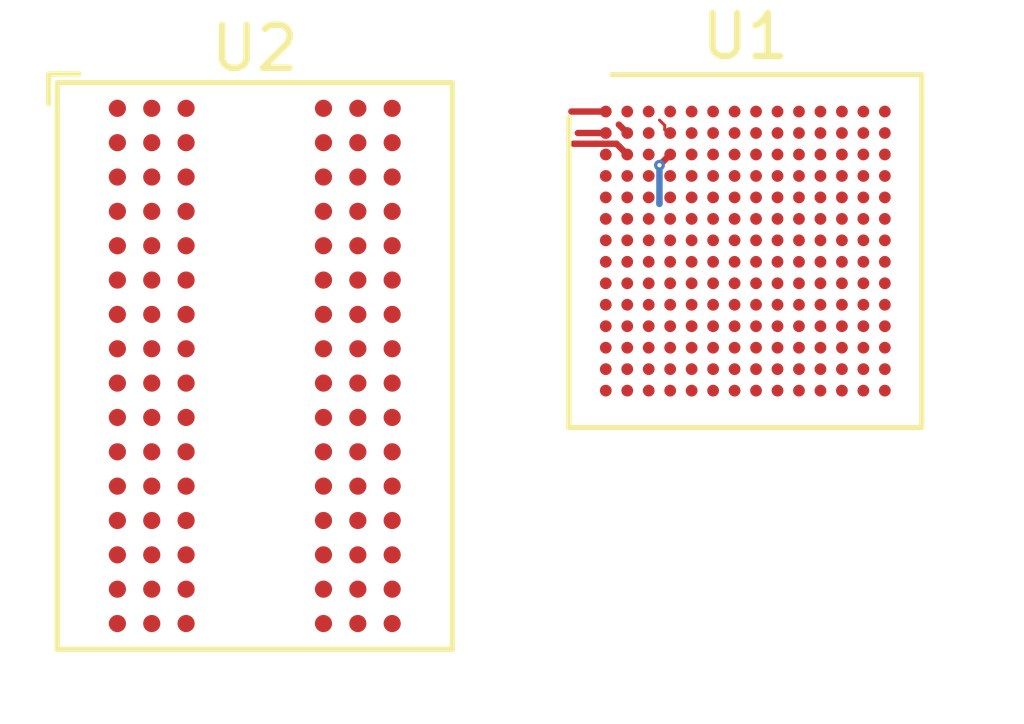
<source format=kicad_pcb>
(kicad_pcb (version 20171130) (host pcbnew 5.1.7-a382d34a8~87~ubuntu18.04.1)

  (general
    (thickness 1.6)
    (drawings 0)
    (tracks 14)
    (zones 0)
    (modules 2)
    (nets 109)
  )

  (page A4)
  (layers
    (0 F.Cu signal)
    (1 In1.Cu signal)
    (2 In2.Cu signal)
    (31 B.Cu signal)
    (32 B.Adhes user)
    (33 F.Adhes user)
    (34 B.Paste user)
    (35 F.Paste user)
    (36 B.SilkS user)
    (37 F.SilkS user)
    (38 B.Mask user)
    (39 F.Mask user)
    (40 Dwgs.User user)
    (41 Cmts.User user)
    (42 Eco1.User user)
    (43 Eco2.User user)
    (44 Edge.Cuts user)
    (45 Margin user)
    (46 B.CrtYd user)
    (47 F.CrtYd user)
    (48 B.Fab user)
    (49 F.Fab user)
  )

  (setup
    (last_trace_width 0.07)
    (user_trace_width 0.07)
    (user_trace_width 0.15)
    (trace_clearance 0.2)
    (zone_clearance 0.508)
    (zone_45_only no)
    (trace_min 0.07)
    (via_size 0.8)
    (via_drill 0.4)
    (via_min_size 0.2)
    (via_min_drill 0.1)
    (user_via 0.25 0.1)
    (uvia_size 0.3)
    (uvia_drill 0.1)
    (uvias_allowed no)
    (uvia_min_size 0.2)
    (uvia_min_drill 0.1)
    (edge_width 0.05)
    (segment_width 0.2)
    (pcb_text_width 0.3)
    (pcb_text_size 1.5 1.5)
    (mod_edge_width 0.12)
    (mod_text_size 1 1)
    (mod_text_width 0.15)
    (pad_size 1.524 1.524)
    (pad_drill 0.762)
    (pad_to_mask_clearance 0)
    (aux_axis_origin 0 0)
    (visible_elements FFFFFF7F)
    (pcbplotparams
      (layerselection 0x010fc_ffffffff)
      (usegerberextensions false)
      (usegerberattributes true)
      (usegerberadvancedattributes true)
      (creategerberjobfile true)
      (excludeedgelayer true)
      (linewidth 0.100000)
      (plotframeref false)
      (viasonmask false)
      (mode 1)
      (useauxorigin false)
      (hpglpennumber 1)
      (hpglpenspeed 20)
      (hpglpendiameter 15.000000)
      (psnegative false)
      (psa4output false)
      (plotreference true)
      (plotvalue true)
      (plotinvisibletext false)
      (padsonsilk false)
      (subtractmaskfromsilk false)
      (outputformat 1)
      (mirror false)
      (drillshape 1)
      (scaleselection 1)
      (outputdirectory ""))
  )

  (net 0 "")
  (net 1 "Net-(U1-PadA1)")
  (net 2 "Net-(U1-PadC8)")
  (net 3 "Net-(U1-PadD2)")
  (net 4 "Net-(U1-PadD5)")
  (net 5 "Net-(U1-PadD7)")
  (net 6 "Net-(U1-PadD9)")
  (net 7 "Net-(U1-PadD12)")
  (net 8 "Net-(U1-PadE4)")
  (net 9 "Net-(U1-PadE6)")
  (net 10 "Net-(U1-PadE8)")
  (net 11 "Net-(U1-PadE10)")
  (net 12 "Net-(U1-PadE14)")
  (net 13 "Net-(U1-PadF1)")
  (net 14 "Net-(U1-PadF5)")
  (net 15 "Net-(U1-PadF9)")
  (net 16 "Net-(U1-PadF11)")
  (net 17 "Net-(U1-PadG3)")
  (net 18 "Net-(U1-PadG6)")
  (net 19 "Net-(U1-PadG10)")
  (net 20 "Net-(U1-PadG11)")
  (net 21 "Net-(U1-PadG13)")
  (net 22 "Net-(U1-PadH5)")
  (net 23 "Net-(U1-PadH9)")
  (net 24 "Net-(U1-PadJ2)")
  (net 25 "Net-(U1-PadJ6)")
  (net 26 "Net-(U1-PadJ10)")
  (net 27 "Net-(U1-PadJ12)")
  (net 28 "Net-(U1-PadK4)")
  (net 29 "Net-(U1-PadK5)")
  (net 30 "Net-(U1-PadK7)")
  (net 31 "Net-(U1-PadK9)")
  (net 32 "Net-(U1-PadK14)")
  (net 33 "Net-(U1-PadL1)")
  (net 34 "Net-(U1-PadL5)")
  (net 35 "Net-(U1-PadL6)")
  (net 36 "Net-(U1-PadL11)")
  (net 37 "Net-(U1-PadM3)")
  (net 38 "Net-(U1-PadM8)")
  (net 39 "Net-(U1-PadM13)")
  (net 40 "Net-(U1-PadN5)")
  (net 41 "Net-(U1-PadN10)")
  (net 42 "Net-(U1-PadP1)")
  (net 43 "Net-(U1-PadP5)")
  (net 44 "Net-(U1-PadP6)")
  (net 45 "Net-(U1-PadP7)")
  (net 46 "Net-(U1-PadP9)")
  (net 47 "Net-(U1-PadP14)")
  (net 48 "Net-(U2-PadA1)")
  (net 49 "Net-(U2-PadA2)")
  (net 50 "Net-(U2-PadA3)")
  (net 51 "Net-(U2-PadA7)")
  (net 52 "Net-(U2-PadA9)")
  (net 53 "Net-(U2-PadB1)")
  (net 54 "Net-(U2-PadB2)")
  (net 55 "Net-(U2-PadB7)")
  (net 56 "Net-(U2-PadB8)")
  (net 57 "Net-(U2-PadC2)")
  (net 58 "Net-(U2-PadC3)")
  (net 59 "Net-(U2-PadC7)")
  (net 60 "Net-(U2-PadC8)")
  (net 61 "Net-(U2-PadD3)")
  (net 62 "Net-(U2-PadD7)")
  (net 63 "Net-(U2-PadE3)")
  (net 64 "Net-(U2-PadE7)")
  (net 65 "Net-(U2-PadF2)")
  (net 66 "Net-(U2-PadF3)")
  (net 67 "Net-(U2-PadF7)")
  (net 68 "Net-(U2-PadF8)")
  (net 69 "Net-(U2-PadG2)")
  (net 70 "Net-(U2-PadG3)")
  (net 71 "Net-(U2-PadH1)")
  (net 72 "Net-(U2-PadH3)")
  (net 73 "Net-(U2-PadH7)")
  (net 74 "Net-(U2-PadH8)")
  (net 75 "Net-(U2-PadJ1)")
  (net 76 "Net-(U2-PadJ3)")
  (net 77 "Net-(U2-PadJ7)")
  (net 78 "Net-(U2-PadJ9)")
  (net 79 "Net-(U2-PadK1)")
  (net 80 "Net-(U2-PadK3)")
  (net 81 "Net-(U2-PadK7)")
  (net 82 "Net-(U2-PadK9)")
  (net 83 "Net-(U2-PadL1)")
  (net 84 "Net-(U2-PadL2)")
  (net 85 "Net-(U2-PadL3)")
  (net 86 "Net-(U2-PadL7)")
  (net 87 "Net-(U2-PadL8)")
  (net 88 "Net-(U2-PadL9)")
  (net 89 "Net-(U2-PadM2)")
  (net 90 "Net-(U2-PadM3)")
  (net 91 "Net-(U2-PadM7)")
  (net 92 "Net-(U2-PadM8)")
  (net 93 "Net-(U2-PadN2)")
  (net 94 "Net-(U2-PadN3)")
  (net 95 "Net-(U2-PadN7)")
  (net 96 "Net-(U2-PadN8)")
  (net 97 "Net-(U2-PadP2)")
  (net 98 "Net-(U2-PadP3)")
  (net 99 "Net-(U2-PadP7)")
  (net 100 "Net-(U2-PadP8)")
  (net 101 "Net-(U2-PadR2)")
  (net 102 "Net-(U2-PadR3)")
  (net 103 "Net-(U2-PadR7)")
  (net 104 "Net-(U2-PadR8)")
  (net 105 "Net-(U2-PadT2)")
  (net 106 "Net-(U2-PadT3)")
  (net 107 "Net-(U2-PadT7)")
  (net 108 "Net-(U2-PadT8)")

  (net_class Default "This is the default net class."
    (clearance 0.2)
    (trace_width 0.25)
    (via_dia 0.8)
    (via_drill 0.4)
    (uvia_dia 0.3)
    (uvia_drill 0.1)
    (add_net "Net-(U2-PadC7)")
    (add_net "Net-(U2-PadC8)")
    (add_net "Net-(U2-PadD3)")
    (add_net "Net-(U2-PadD7)")
    (add_net "Net-(U2-PadE3)")
    (add_net "Net-(U2-PadE7)")
    (add_net "Net-(U2-PadF2)")
    (add_net "Net-(U2-PadF3)")
    (add_net "Net-(U2-PadF7)")
    (add_net "Net-(U2-PadF8)")
    (add_net "Net-(U2-PadG2)")
    (add_net "Net-(U2-PadG3)")
    (add_net "Net-(U2-PadH1)")
    (add_net "Net-(U2-PadH3)")
    (add_net "Net-(U2-PadH7)")
    (add_net "Net-(U2-PadH8)")
    (add_net "Net-(U2-PadJ1)")
    (add_net "Net-(U2-PadJ3)")
    (add_net "Net-(U2-PadJ7)")
    (add_net "Net-(U2-PadJ9)")
    (add_net "Net-(U2-PadK1)")
    (add_net "Net-(U2-PadK3)")
    (add_net "Net-(U2-PadK7)")
    (add_net "Net-(U2-PadK9)")
    (add_net "Net-(U2-PadL1)")
    (add_net "Net-(U2-PadL2)")
    (add_net "Net-(U2-PadL3)")
    (add_net "Net-(U2-PadL7)")
    (add_net "Net-(U2-PadL8)")
    (add_net "Net-(U2-PadL9)")
    (add_net "Net-(U2-PadM2)")
    (add_net "Net-(U2-PadM3)")
    (add_net "Net-(U2-PadM7)")
    (add_net "Net-(U2-PadM8)")
    (add_net "Net-(U2-PadN2)")
    (add_net "Net-(U2-PadN3)")
    (add_net "Net-(U2-PadN7)")
    (add_net "Net-(U2-PadN8)")
    (add_net "Net-(U2-PadP2)")
    (add_net "Net-(U2-PadP3)")
    (add_net "Net-(U2-PadP7)")
    (add_net "Net-(U2-PadP8)")
    (add_net "Net-(U2-PadR2)")
    (add_net "Net-(U2-PadR3)")
    (add_net "Net-(U2-PadR7)")
    (add_net "Net-(U2-PadR8)")
    (add_net "Net-(U2-PadT2)")
    (add_net "Net-(U2-PadT3)")
    (add_net "Net-(U2-PadT7)")
    (add_net "Net-(U2-PadT8)")
  )

  (net_class FPGA ""
    (clearance 0.07)
    (trace_width 0.07)
    (via_dia 0.25)
    (via_drill 0.1)
    (uvia_dia 0.3)
    (uvia_drill 0.1)
    (add_net "Net-(U1-PadA1)")
    (add_net "Net-(U1-PadC8)")
    (add_net "Net-(U1-PadD12)")
    (add_net "Net-(U1-PadD2)")
    (add_net "Net-(U1-PadD5)")
    (add_net "Net-(U1-PadD7)")
    (add_net "Net-(U1-PadD9)")
    (add_net "Net-(U1-PadE10)")
    (add_net "Net-(U1-PadE14)")
    (add_net "Net-(U1-PadE4)")
    (add_net "Net-(U1-PadE6)")
    (add_net "Net-(U1-PadE8)")
    (add_net "Net-(U1-PadF1)")
    (add_net "Net-(U1-PadF11)")
    (add_net "Net-(U1-PadF5)")
    (add_net "Net-(U1-PadF9)")
    (add_net "Net-(U1-PadG10)")
    (add_net "Net-(U1-PadG11)")
    (add_net "Net-(U1-PadG13)")
    (add_net "Net-(U1-PadG3)")
    (add_net "Net-(U1-PadG6)")
    (add_net "Net-(U1-PadH5)")
    (add_net "Net-(U1-PadH9)")
    (add_net "Net-(U1-PadJ10)")
    (add_net "Net-(U1-PadJ12)")
    (add_net "Net-(U1-PadJ2)")
    (add_net "Net-(U1-PadJ6)")
    (add_net "Net-(U1-PadK14)")
    (add_net "Net-(U1-PadK4)")
    (add_net "Net-(U1-PadK5)")
    (add_net "Net-(U1-PadK7)")
    (add_net "Net-(U1-PadK9)")
    (add_net "Net-(U1-PadL1)")
    (add_net "Net-(U1-PadL11)")
    (add_net "Net-(U1-PadL5)")
    (add_net "Net-(U1-PadL6)")
    (add_net "Net-(U1-PadM13)")
    (add_net "Net-(U1-PadM3)")
    (add_net "Net-(U1-PadM8)")
    (add_net "Net-(U1-PadN10)")
    (add_net "Net-(U1-PadN5)")
    (add_net "Net-(U1-PadP1)")
    (add_net "Net-(U1-PadP14)")
    (add_net "Net-(U1-PadP5)")
    (add_net "Net-(U1-PadP6)")
    (add_net "Net-(U1-PadP7)")
    (add_net "Net-(U1-PadP9)")
    (add_net "Net-(U2-PadA1)")
    (add_net "Net-(U2-PadA2)")
    (add_net "Net-(U2-PadA3)")
    (add_net "Net-(U2-PadA7)")
    (add_net "Net-(U2-PadA9)")
    (add_net "Net-(U2-PadB1)")
    (add_net "Net-(U2-PadB2)")
    (add_net "Net-(U2-PadB7)")
    (add_net "Net-(U2-PadB8)")
    (add_net "Net-(U2-PadC2)")
    (add_net "Net-(U2-PadC3)")
  )

  (module Package_BGA:Xilinx_CPGA196 (layer F.Cu) (tedit 5CC89573) (tstamp 5F99F31B)
    (at 148.45 96.35)
    (descr "Spartan-7 BGA, 14x14 grid, 8x8mm package, 0.5mm pitch; https://www.xilinx.com/support/documentation/user_guides/ug475_7Series_Pkg_Pinout.pdf#page=260, NSMD pad definition Appendix A")
    (tags "BGA 196 0.5 CPGA196")
    (path /5F99C458)
    (solder_mask_margin 0.05)
    (attr smd)
    (fp_text reference U1 (at 0 -5) (layer F.SilkS)
      (effects (font (size 1 1) (thickness 0.15)))
    )
    (fp_text value XC7S6-CPGA196 (at 0 5) (layer F.Fab)
      (effects (font (size 1 1) (thickness 0.15)))
    )
    (fp_line (start -4.11 4.11) (end -4.11 -3.11) (layer F.SilkS) (width 0.12))
    (fp_line (start 4.11 4.11) (end -4.11 4.11) (layer F.SilkS) (width 0.12))
    (fp_line (start 4.11 -4.11) (end 4.11 4.11) (layer F.SilkS) (width 0.12))
    (fp_line (start -3.11 -4.11) (end 4.11 -4.11) (layer F.SilkS) (width 0.12))
    (fp_line (start 5 -5) (end -5 -5) (layer F.CrtYd) (width 0.05))
    (fp_line (start 5 5) (end 5 -5) (layer F.CrtYd) (width 0.05))
    (fp_line (start -5 5) (end 5 5) (layer F.CrtYd) (width 0.05))
    (fp_line (start -5 -5) (end -5 5) (layer F.CrtYd) (width 0.05))
    (fp_line (start 4 -4) (end 4 4) (layer F.Fab) (width 0.1))
    (fp_line (start -3 -4) (end 4 -4) (layer F.Fab) (width 0.1))
    (fp_line (start -4 -3) (end -3 -4) (layer F.Fab) (width 0.1))
    (fp_line (start -4 4) (end -4 -3) (layer F.Fab) (width 0.1))
    (fp_line (start 4 4) (end -4 4) (layer F.Fab) (width 0.1))
    (fp_text user %R (at 0 0) (layer F.Fab)
      (effects (font (size 1 1) (thickness 0.15)))
    )
    (pad A1 smd circle (at -3.25 -3.25) (size 0.275 0.275) (layers F.Cu F.Paste F.Mask)
      (net 1 "Net-(U1-PadA1)"))
    (pad A2 smd circle (at -2.75 -3.25) (size 0.275 0.275) (layers F.Cu F.Paste F.Mask))
    (pad A3 smd circle (at -2.25 -3.25) (size 0.275 0.275) (layers F.Cu F.Paste F.Mask))
    (pad A4 smd circle (at -1.75 -3.25) (size 0.275 0.275) (layers F.Cu F.Paste F.Mask))
    (pad A5 smd circle (at -1.25 -3.25) (size 0.275 0.275) (layers F.Cu F.Paste F.Mask))
    (pad A6 smd circle (at -0.75 -3.25) (size 0.275 0.275) (layers F.Cu F.Paste F.Mask)
      (net 1 "Net-(U1-PadA1)"))
    (pad A7 smd circle (at -0.25 -3.25) (size 0.275 0.275) (layers F.Cu F.Paste F.Mask))
    (pad A8 smd circle (at 0.25 -3.25) (size 0.275 0.275) (layers F.Cu F.Paste F.Mask))
    (pad A9 smd circle (at 0.75 -3.25) (size 0.275 0.275) (layers F.Cu F.Paste F.Mask))
    (pad A10 smd circle (at 1.25 -3.25) (size 0.275 0.275) (layers F.Cu F.Paste F.Mask))
    (pad A11 smd circle (at 1.75 -3.25) (size 0.275 0.275) (layers F.Cu F.Paste F.Mask)
      (net 1 "Net-(U1-PadA1)"))
    (pad A12 smd circle (at 2.25 -3.25) (size 0.275 0.275) (layers F.Cu F.Paste F.Mask))
    (pad A13 smd circle (at 2.75 -3.25) (size 0.275 0.275) (layers F.Cu F.Paste F.Mask))
    (pad A14 smd circle (at 3.25 -3.25) (size 0.275 0.275) (layers F.Cu F.Paste F.Mask)
      (net 1 "Net-(U1-PadA1)"))
    (pad B1 smd circle (at -3.25 -2.75) (size 0.275 0.275) (layers F.Cu F.Paste F.Mask))
    (pad B2 smd circle (at -2.75 -2.75) (size 0.275 0.275) (layers F.Cu F.Paste F.Mask))
    (pad B3 smd circle (at -2.25 -2.75) (size 0.275 0.275) (layers F.Cu F.Paste F.Mask)
      (net 1 "Net-(U1-PadA1)"))
    (pad B4 smd circle (at -1.75 -2.75) (size 0.275 0.275) (layers F.Cu F.Paste F.Mask))
    (pad B5 smd circle (at -1.25 -2.75) (size 0.275 0.275) (layers F.Cu F.Paste F.Mask))
    (pad B6 smd circle (at -0.75 -2.75) (size 0.275 0.275) (layers F.Cu F.Paste F.Mask))
    (pad B7 smd circle (at -0.25 -2.75) (size 0.275 0.275) (layers F.Cu F.Paste F.Mask))
    (pad B8 smd circle (at 0.25 -2.75) (size 0.275 0.275) (layers F.Cu F.Paste F.Mask)
      (net 1 "Net-(U1-PadA1)"))
    (pad B9 smd circle (at 0.75 -2.75) (size 0.275 0.275) (layers F.Cu F.Paste F.Mask))
    (pad B10 smd circle (at 1.25 -2.75) (size 0.275 0.275) (layers F.Cu F.Paste F.Mask))
    (pad B11 smd circle (at 1.75 -2.75) (size 0.275 0.275) (layers F.Cu F.Paste F.Mask))
    (pad B12 smd circle (at 2.25 -2.75) (size 0.275 0.275) (layers F.Cu F.Paste F.Mask))
    (pad B13 smd circle (at 2.75 -2.75) (size 0.275 0.275) (layers F.Cu F.Paste F.Mask)
      (net 1 "Net-(U1-PadA1)"))
    (pad B14 smd circle (at 3.25 -2.75) (size 0.275 0.275) (layers F.Cu F.Paste F.Mask))
    (pad C1 smd circle (at -3.25 -2.25) (size 0.275 0.275) (layers F.Cu F.Paste F.Mask))
    (pad C2 smd circle (at -2.75 -2.25) (size 0.275 0.275) (layers F.Cu F.Paste F.Mask))
    (pad C3 smd circle (at -2.25 -2.25) (size 0.275 0.275) (layers F.Cu F.Paste F.Mask))
    (pad C4 smd circle (at -1.75 -2.25) (size 0.275 0.275) (layers F.Cu F.Paste F.Mask))
    (pad C5 smd circle (at -1.25 -2.25) (size 0.275 0.275) (layers F.Cu F.Paste F.Mask))
    (pad C6 smd circle (at -0.75 -2.25) (size 0.275 0.275) (layers F.Cu F.Paste F.Mask)
      (net 1 "Net-(U1-PadA1)"))
    (pad C7 smd circle (at -0.25 -2.25) (size 0.275 0.275) (layers F.Cu F.Paste F.Mask))
    (pad C8 smd circle (at 0.25 -2.25) (size 0.275 0.275) (layers F.Cu F.Paste F.Mask)
      (net 2 "Net-(U1-PadC8)"))
    (pad C9 smd circle (at 0.75 -2.25) (size 0.275 0.275) (layers F.Cu F.Paste F.Mask))
    (pad C10 smd circle (at 1.25 -2.25) (size 0.275 0.275) (layers F.Cu F.Paste F.Mask))
    (pad C11 smd circle (at 1.75 -2.25) (size 0.275 0.275) (layers F.Cu F.Paste F.Mask))
    (pad C12 smd circle (at 2.25 -2.25) (size 0.275 0.275) (layers F.Cu F.Paste F.Mask))
    (pad C13 smd circle (at 2.75 -2.25) (size 0.275 0.275) (layers F.Cu F.Paste F.Mask))
    (pad C14 smd circle (at 3.25 -2.25) (size 0.275 0.275) (layers F.Cu F.Paste F.Mask))
    (pad D1 smd circle (at -3.25 -1.75) (size 0.275 0.275) (layers F.Cu F.Paste F.Mask))
    (pad D2 smd circle (at -2.75 -1.75) (size 0.275 0.275) (layers F.Cu F.Paste F.Mask)
      (net 3 "Net-(U1-PadD2)"))
    (pad D3 smd circle (at -2.25 -1.75) (size 0.275 0.275) (layers F.Cu F.Paste F.Mask))
    (pad D4 smd circle (at -1.75 -1.75) (size 0.275 0.275) (layers F.Cu F.Paste F.Mask))
    (pad D5 smd circle (at -1.25 -1.75) (size 0.275 0.275) (layers F.Cu F.Paste F.Mask)
      (net 4 "Net-(U1-PadD5)"))
    (pad D6 smd circle (at -0.75 -1.75) (size 0.275 0.275) (layers F.Cu F.Paste F.Mask))
    (pad D7 smd circle (at -0.25 -1.75) (size 0.275 0.275) (layers F.Cu F.Paste F.Mask)
      (net 5 "Net-(U1-PadD7)"))
    (pad D8 smd circle (at 0.25 -1.75) (size 0.275 0.275) (layers F.Cu F.Paste F.Mask))
    (pad D9 smd circle (at 0.75 -1.75) (size 0.275 0.275) (layers F.Cu F.Paste F.Mask)
      (net 6 "Net-(U1-PadD9)"))
    (pad D10 smd circle (at 1.25 -1.75) (size 0.275 0.275) (layers F.Cu F.Paste F.Mask))
    (pad D11 smd circle (at 1.75 -1.75) (size 0.275 0.275) (layers F.Cu F.Paste F.Mask))
    (pad D12 smd circle (at 2.25 -1.75) (size 0.275 0.275) (layers F.Cu F.Paste F.Mask)
      (net 7 "Net-(U1-PadD12)"))
    (pad D13 smd circle (at 2.75 -1.75) (size 0.275 0.275) (layers F.Cu F.Paste F.Mask))
    (pad D14 smd circle (at 3.25 -1.75) (size 0.275 0.275) (layers F.Cu F.Paste F.Mask))
    (pad E1 smd circle (at -3.25 -1.25) (size 0.275 0.275) (layers F.Cu F.Paste F.Mask))
    (pad E2 smd circle (at -2.75 -1.25) (size 0.275 0.275) (layers F.Cu F.Paste F.Mask))
    (pad E3 smd circle (at -2.25 -1.25) (size 0.275 0.275) (layers F.Cu F.Paste F.Mask))
    (pad E4 smd circle (at -1.75 -1.25) (size 0.275 0.275) (layers F.Cu F.Paste F.Mask)
      (net 8 "Net-(U1-PadE4)"))
    (pad E5 smd circle (at -1.25 -1.25) (size 0.275 0.275) (layers F.Cu F.Paste F.Mask))
    (pad E6 smd circle (at -0.75 -1.25) (size 0.275 0.275) (layers F.Cu F.Paste F.Mask)
      (net 9 "Net-(U1-PadE6)"))
    (pad E7 smd circle (at -0.25 -1.25) (size 0.275 0.275) (layers F.Cu F.Paste F.Mask))
    (pad E8 smd circle (at 0.25 -1.25) (size 0.275 0.275) (layers F.Cu F.Paste F.Mask)
      (net 10 "Net-(U1-PadE8)"))
    (pad E9 smd circle (at 0.75 -1.25) (size 0.275 0.275) (layers F.Cu F.Paste F.Mask))
    (pad E10 smd circle (at 1.25 -1.25) (size 0.275 0.275) (layers F.Cu F.Paste F.Mask)
      (net 11 "Net-(U1-PadE10)"))
    (pad E11 smd circle (at 1.75 -1.25) (size 0.275 0.275) (layers F.Cu F.Paste F.Mask))
    (pad E12 smd circle (at 2.25 -1.25) (size 0.275 0.275) (layers F.Cu F.Paste F.Mask))
    (pad E13 smd circle (at 2.75 -1.25) (size 0.275 0.275) (layers F.Cu F.Paste F.Mask))
    (pad E14 smd circle (at 3.25 -1.25) (size 0.275 0.275) (layers F.Cu F.Paste F.Mask)
      (net 12 "Net-(U1-PadE14)"))
    (pad F1 smd circle (at -3.25 -0.75) (size 0.275 0.275) (layers F.Cu F.Paste F.Mask)
      (net 13 "Net-(U1-PadF1)"))
    (pad F2 smd circle (at -2.75 -0.75) (size 0.275 0.275) (layers F.Cu F.Paste F.Mask))
    (pad F3 smd circle (at -2.25 -0.75) (size 0.275 0.275) (layers F.Cu F.Paste F.Mask))
    (pad F4 smd circle (at -1.75 -0.75) (size 0.275 0.275) (layers F.Cu F.Paste F.Mask))
    (pad F5 smd circle (at -1.25 -0.75) (size 0.275 0.275) (layers F.Cu F.Paste F.Mask)
      (net 14 "Net-(U1-PadF5)"))
    (pad F6 smd circle (at -0.75 -0.75) (size 0.275 0.275) (layers F.Cu F.Paste F.Mask))
    (pad F7 smd circle (at -0.25 -0.75) (size 0.275 0.275) (layers F.Cu F.Paste F.Mask))
    (pad F8 smd circle (at 0.25 -0.75) (size 0.275 0.275) (layers F.Cu F.Paste F.Mask))
    (pad F9 smd circle (at 0.75 -0.75) (size 0.275 0.275) (layers F.Cu F.Paste F.Mask)
      (net 15 "Net-(U1-PadF9)"))
    (pad F10 smd circle (at 1.25 -0.75) (size 0.275 0.275) (layers F.Cu F.Paste F.Mask))
    (pad F11 smd circle (at 1.75 -0.75) (size 0.275 0.275) (layers F.Cu F.Paste F.Mask)
      (net 16 "Net-(U1-PadF11)"))
    (pad F12 smd circle (at 2.25 -0.75) (size 0.275 0.275) (layers F.Cu F.Paste F.Mask))
    (pad F13 smd circle (at 2.75 -0.75) (size 0.275 0.275) (layers F.Cu F.Paste F.Mask))
    (pad F14 smd circle (at 3.25 -0.75) (size 0.275 0.275) (layers F.Cu F.Paste F.Mask))
    (pad G1 smd circle (at -3.25 -0.25) (size 0.275 0.275) (layers F.Cu F.Paste F.Mask))
    (pad G2 smd circle (at -2.75 -0.25) (size 0.275 0.275) (layers F.Cu F.Paste F.Mask))
    (pad G3 smd circle (at -2.25 -0.25) (size 0.275 0.275) (layers F.Cu F.Paste F.Mask)
      (net 17 "Net-(U1-PadG3)"))
    (pad G4 smd circle (at -1.75 -0.25) (size 0.275 0.275) (layers F.Cu F.Paste F.Mask))
    (pad G5 smd circle (at -1.25 -0.25) (size 0.275 0.275) (layers F.Cu F.Paste F.Mask))
    (pad G6 smd circle (at -0.75 -0.25) (size 0.275 0.275) (layers F.Cu F.Paste F.Mask)
      (net 18 "Net-(U1-PadG6)"))
    (pad G7 smd circle (at -0.25 -0.25) (size 0.275 0.275) (layers F.Cu F.Paste F.Mask))
    (pad G8 smd circle (at 0.25 -0.25) (size 0.275 0.275) (layers F.Cu F.Paste F.Mask))
    (pad G9 smd circle (at 0.75 -0.25) (size 0.275 0.275) (layers F.Cu F.Paste F.Mask))
    (pad G10 smd circle (at 1.25 -0.25) (size 0.275 0.275) (layers F.Cu F.Paste F.Mask)
      (net 19 "Net-(U1-PadG10)"))
    (pad G11 smd circle (at 1.75 -0.25) (size 0.275 0.275) (layers F.Cu F.Paste F.Mask)
      (net 20 "Net-(U1-PadG11)"))
    (pad G12 smd circle (at 2.25 -0.25) (size 0.275 0.275) (layers F.Cu F.Paste F.Mask))
    (pad G13 smd circle (at 2.75 -0.25) (size 0.275 0.275) (layers F.Cu F.Paste F.Mask)
      (net 21 "Net-(U1-PadG13)"))
    (pad G14 smd circle (at 3.25 -0.25) (size 0.275 0.275) (layers F.Cu F.Paste F.Mask))
    (pad H1 smd circle (at -3.25 0.25) (size 0.275 0.275) (layers F.Cu F.Paste F.Mask))
    (pad H2 smd circle (at -2.75 0.25) (size 0.275 0.275) (layers F.Cu F.Paste F.Mask))
    (pad H3 smd circle (at -2.25 0.25) (size 0.275 0.275) (layers F.Cu F.Paste F.Mask))
    (pad H4 smd circle (at -1.75 0.25) (size 0.275 0.275) (layers F.Cu F.Paste F.Mask))
    (pad H5 smd circle (at -1.25 0.25) (size 0.275 0.275) (layers F.Cu F.Paste F.Mask)
      (net 22 "Net-(U1-PadH5)"))
    (pad H6 smd circle (at -0.75 0.25) (size 0.275 0.275) (layers F.Cu F.Paste F.Mask))
    (pad H7 smd circle (at -0.25 0.25) (size 0.275 0.275) (layers F.Cu F.Paste F.Mask))
    (pad H8 smd circle (at 0.25 0.25) (size 0.275 0.275) (layers F.Cu F.Paste F.Mask))
    (pad H9 smd circle (at 0.75 0.25) (size 0.275 0.275) (layers F.Cu F.Paste F.Mask)
      (net 23 "Net-(U1-PadH9)"))
    (pad H10 smd circle (at 1.25 0.25) (size 0.275 0.275) (layers F.Cu F.Paste F.Mask))
    (pad H11 smd circle (at 1.75 0.25) (size 0.275 0.275) (layers F.Cu F.Paste F.Mask))
    (pad H12 smd circle (at 2.25 0.25) (size 0.275 0.275) (layers F.Cu F.Paste F.Mask))
    (pad H13 smd circle (at 2.75 0.25) (size 0.275 0.275) (layers F.Cu F.Paste F.Mask))
    (pad H14 smd circle (at 3.25 0.25) (size 0.275 0.275) (layers F.Cu F.Paste F.Mask))
    (pad J1 smd circle (at -3.25 0.75) (size 0.275 0.275) (layers F.Cu F.Paste F.Mask))
    (pad J2 smd circle (at -2.75 0.75) (size 0.275 0.275) (layers F.Cu F.Paste F.Mask)
      (net 24 "Net-(U1-PadJ2)"))
    (pad J3 smd circle (at -2.25 0.75) (size 0.275 0.275) (layers F.Cu F.Paste F.Mask))
    (pad J4 smd circle (at -1.75 0.75) (size 0.275 0.275) (layers F.Cu F.Paste F.Mask))
    (pad J5 smd circle (at -1.25 0.75) (size 0.275 0.275) (layers F.Cu F.Paste F.Mask))
    (pad J6 smd circle (at -0.75 0.75) (size 0.275 0.275) (layers F.Cu F.Paste F.Mask)
      (net 25 "Net-(U1-PadJ6)"))
    (pad J7 smd circle (at -0.25 0.75) (size 0.275 0.275) (layers F.Cu F.Paste F.Mask))
    (pad J8 smd circle (at 0.25 0.75) (size 0.275 0.275) (layers F.Cu F.Paste F.Mask))
    (pad J9 smd circle (at 0.75 0.75) (size 0.275 0.275) (layers F.Cu F.Paste F.Mask))
    (pad J10 smd circle (at 1.25 0.75) (size 0.275 0.275) (layers F.Cu F.Paste F.Mask)
      (net 26 "Net-(U1-PadJ10)"))
    (pad J11 smd circle (at 1.75 0.75) (size 0.275 0.275) (layers F.Cu F.Paste F.Mask))
    (pad J12 smd circle (at 2.25 0.75) (size 0.275 0.275) (layers F.Cu F.Paste F.Mask)
      (net 27 "Net-(U1-PadJ12)"))
    (pad J13 smd circle (at 2.75 0.75) (size 0.275 0.275) (layers F.Cu F.Paste F.Mask))
    (pad J14 smd circle (at 3.25 0.75) (size 0.275 0.275) (layers F.Cu F.Paste F.Mask))
    (pad K1 smd circle (at -3.25 1.25) (size 0.275 0.275) (layers F.Cu F.Paste F.Mask))
    (pad K2 smd circle (at -2.75 1.25) (size 0.275 0.275) (layers F.Cu F.Paste F.Mask))
    (pad K3 smd circle (at -2.25 1.25) (size 0.275 0.275) (layers F.Cu F.Paste F.Mask))
    (pad K4 smd circle (at -1.75 1.25) (size 0.275 0.275) (layers F.Cu F.Paste F.Mask)
      (net 28 "Net-(U1-PadK4)"))
    (pad K5 smd circle (at -1.25 1.25) (size 0.275 0.275) (layers F.Cu F.Paste F.Mask)
      (net 29 "Net-(U1-PadK5)"))
    (pad K6 smd circle (at -0.75 1.25) (size 0.275 0.275) (layers F.Cu F.Paste F.Mask))
    (pad K7 smd circle (at -0.25 1.25) (size 0.275 0.275) (layers F.Cu F.Paste F.Mask)
      (net 30 "Net-(U1-PadK7)"))
    (pad K8 smd circle (at 0.25 1.25) (size 0.275 0.275) (layers F.Cu F.Paste F.Mask))
    (pad K9 smd circle (at 0.75 1.25) (size 0.275 0.275) (layers F.Cu F.Paste F.Mask)
      (net 31 "Net-(U1-PadK9)"))
    (pad K10 smd circle (at 1.25 1.25) (size 0.275 0.275) (layers F.Cu F.Paste F.Mask))
    (pad K11 smd circle (at 1.75 1.25) (size 0.275 0.275) (layers F.Cu F.Paste F.Mask))
    (pad K12 smd circle (at 2.25 1.25) (size 0.275 0.275) (layers F.Cu F.Paste F.Mask))
    (pad K13 smd circle (at 2.75 1.25) (size 0.275 0.275) (layers F.Cu F.Paste F.Mask))
    (pad K14 smd circle (at 3.25 1.25) (size 0.275 0.275) (layers F.Cu F.Paste F.Mask)
      (net 32 "Net-(U1-PadK14)"))
    (pad L1 smd circle (at -3.25 1.75) (size 0.275 0.275) (layers F.Cu F.Paste F.Mask)
      (net 33 "Net-(U1-PadL1)"))
    (pad L2 smd circle (at -2.75 1.75) (size 0.275 0.275) (layers F.Cu F.Paste F.Mask))
    (pad L3 smd circle (at -2.25 1.75) (size 0.275 0.275) (layers F.Cu F.Paste F.Mask))
    (pad L4 smd circle (at -1.75 1.75) (size 0.275 0.275) (layers F.Cu F.Paste F.Mask))
    (pad L5 smd circle (at -1.25 1.75) (size 0.275 0.275) (layers F.Cu F.Paste F.Mask)
      (net 34 "Net-(U1-PadL5)"))
    (pad L6 smd circle (at -0.75 1.75) (size 0.275 0.275) (layers F.Cu F.Paste F.Mask)
      (net 35 "Net-(U1-PadL6)"))
    (pad L7 smd circle (at -0.25 1.75) (size 0.275 0.275) (layers F.Cu F.Paste F.Mask))
    (pad L8 smd circle (at 0.25 1.75) (size 0.275 0.275) (layers F.Cu F.Paste F.Mask))
    (pad L9 smd circle (at 0.75 1.75) (size 0.275 0.275) (layers F.Cu F.Paste F.Mask))
    (pad L10 smd circle (at 1.25 1.75) (size 0.275 0.275) (layers F.Cu F.Paste F.Mask))
    (pad L11 smd circle (at 1.75 1.75) (size 0.275 0.275) (layers F.Cu F.Paste F.Mask)
      (net 36 "Net-(U1-PadL11)"))
    (pad L12 smd circle (at 2.25 1.75) (size 0.275 0.275) (layers F.Cu F.Paste F.Mask))
    (pad L13 smd circle (at 2.75 1.75) (size 0.275 0.275) (layers F.Cu F.Paste F.Mask))
    (pad L14 smd circle (at 3.25 1.75) (size 0.275 0.275) (layers F.Cu F.Paste F.Mask))
    (pad M1 smd circle (at -3.25 2.25) (size 0.275 0.275) (layers F.Cu F.Paste F.Mask))
    (pad M2 smd circle (at -2.75 2.25) (size 0.275 0.275) (layers F.Cu F.Paste F.Mask))
    (pad M3 smd circle (at -2.25 2.25) (size 0.275 0.275) (layers F.Cu F.Paste F.Mask)
      (net 37 "Net-(U1-PadM3)"))
    (pad M4 smd circle (at -1.75 2.25) (size 0.275 0.275) (layers F.Cu F.Paste F.Mask))
    (pad M5 smd circle (at -1.25 2.25) (size 0.275 0.275) (layers F.Cu F.Paste F.Mask))
    (pad M6 smd circle (at -0.75 2.25) (size 0.275 0.275) (layers F.Cu F.Paste F.Mask))
    (pad M7 smd circle (at -0.25 2.25) (size 0.275 0.275) (layers F.Cu F.Paste F.Mask))
    (pad M8 smd circle (at 0.25 2.25) (size 0.275 0.275) (layers F.Cu F.Paste F.Mask)
      (net 38 "Net-(U1-PadM8)"))
    (pad M9 smd circle (at 0.75 2.25) (size 0.275 0.275) (layers F.Cu F.Paste F.Mask))
    (pad M10 smd circle (at 1.25 2.25) (size 0.275 0.275) (layers F.Cu F.Paste F.Mask))
    (pad M11 smd circle (at 1.75 2.25) (size 0.275 0.275) (layers F.Cu F.Paste F.Mask))
    (pad M12 smd circle (at 2.25 2.25) (size 0.275 0.275) (layers F.Cu F.Paste F.Mask))
    (pad M13 smd circle (at 2.75 2.25) (size 0.275 0.275) (layers F.Cu F.Paste F.Mask)
      (net 39 "Net-(U1-PadM13)"))
    (pad M14 smd circle (at 3.25 2.25) (size 0.275 0.275) (layers F.Cu F.Paste F.Mask))
    (pad N1 smd circle (at -3.25 2.75) (size 0.275 0.275) (layers F.Cu F.Paste F.Mask))
    (pad N2 smd circle (at -2.75 2.75) (size 0.275 0.275) (layers F.Cu F.Paste F.Mask))
    (pad N3 smd circle (at -2.25 2.75) (size 0.275 0.275) (layers F.Cu F.Paste F.Mask))
    (pad N4 smd circle (at -1.75 2.75) (size 0.275 0.275) (layers F.Cu F.Paste F.Mask))
    (pad N5 smd circle (at -1.25 2.75) (size 0.275 0.275) (layers F.Cu F.Paste F.Mask)
      (net 40 "Net-(U1-PadN5)"))
    (pad N6 smd circle (at -0.75 2.75) (size 0.275 0.275) (layers F.Cu F.Paste F.Mask))
    (pad N7 smd circle (at -0.25 2.75) (size 0.275 0.275) (layers F.Cu F.Paste F.Mask))
    (pad N8 smd circle (at 0.25 2.75) (size 0.275 0.275) (layers F.Cu F.Paste F.Mask))
    (pad N9 smd circle (at 0.75 2.75) (size 0.275 0.275) (layers F.Cu F.Paste F.Mask))
    (pad N10 smd circle (at 1.25 2.75) (size 0.275 0.275) (layers F.Cu F.Paste F.Mask)
      (net 41 "Net-(U1-PadN10)"))
    (pad N11 smd circle (at 1.75 2.75) (size 0.275 0.275) (layers F.Cu F.Paste F.Mask))
    (pad N12 smd circle (at 2.25 2.75) (size 0.275 0.275) (layers F.Cu F.Paste F.Mask))
    (pad N13 smd circle (at 2.75 2.75) (size 0.275 0.275) (layers F.Cu F.Paste F.Mask))
    (pad N14 smd circle (at 3.25 2.75) (size 0.275 0.275) (layers F.Cu F.Paste F.Mask))
    (pad P1 smd circle (at -3.25 3.25) (size 0.275 0.275) (layers F.Cu F.Paste F.Mask)
      (net 42 "Net-(U1-PadP1)"))
    (pad P2 smd circle (at -2.75 3.25) (size 0.275 0.275) (layers F.Cu F.Paste F.Mask))
    (pad P3 smd circle (at -2.25 3.25) (size 0.275 0.275) (layers F.Cu F.Paste F.Mask))
    (pad P4 smd circle (at -1.75 3.25) (size 0.275 0.275) (layers F.Cu F.Paste F.Mask))
    (pad P5 smd circle (at -1.25 3.25) (size 0.275 0.275) (layers F.Cu F.Paste F.Mask)
      (net 43 "Net-(U1-PadP5)"))
    (pad P6 smd circle (at -0.75 3.25) (size 0.275 0.275) (layers F.Cu F.Paste F.Mask)
      (net 44 "Net-(U1-PadP6)"))
    (pad P7 smd circle (at -0.25 3.25) (size 0.275 0.275) (layers F.Cu F.Paste F.Mask)
      (net 45 "Net-(U1-PadP7)"))
    (pad P8 smd circle (at 0.25 3.25) (size 0.275 0.275) (layers F.Cu F.Paste F.Mask))
    (pad P9 smd circle (at 0.75 3.25) (size 0.275 0.275) (layers F.Cu F.Paste F.Mask)
      (net 46 "Net-(U1-PadP9)"))
    (pad P10 smd circle (at 1.25 3.25) (size 0.275 0.275) (layers F.Cu F.Paste F.Mask))
    (pad P11 smd circle (at 1.75 3.25) (size 0.275 0.275) (layers F.Cu F.Paste F.Mask))
    (pad P12 smd circle (at 2.25 3.25) (size 0.275 0.275) (layers F.Cu F.Paste F.Mask))
    (pad P13 smd circle (at 2.75 3.25) (size 0.275 0.275) (layers F.Cu F.Paste F.Mask))
    (pad P14 smd circle (at 3.25 3.25) (size 0.275 0.275) (layers F.Cu F.Paste F.Mask)
      (net 47 "Net-(U1-PadP14)"))
    (model ${KISYS3DMOD}/Package_BGA.3dshapes/Xilinx_CPGA196.wrl
      (at (xyz 0 0 0))
      (scale (xyz 1 1 1))
      (rotate (xyz 0 0 0))
    )
  )

  (module Package_BGA:BGA-96_9.0x13.0mm_Layout2x3x16_P0.8mm (layer F.Cu) (tedit 5A0CB273) (tstamp 5F99F38F)
    (at 137.025001 99.025001)
    (descr "BGA-96, http://www.mouser.com/ds/2/198/43-46TR16640B-81280BL-706483.pdf")
    (tags BGA-96)
    (path /5F99927E)
    (attr smd)
    (fp_text reference U2 (at 0 -7.4) (layer F.SilkS)
      (effects (font (size 1 1) (thickness 0.15)))
    )
    (fp_text value AS4C256M16D3 (at 0 7.5) (layer F.Fab)
      (effects (font (size 1 1) (thickness 0.15)))
    )
    (fp_line (start 5.5 7.5) (end -5.5 7.5) (layer F.CrtYd) (width 0.05))
    (fp_line (start 5.5 7.5) (end 5.5 -7.5) (layer F.CrtYd) (width 0.05))
    (fp_line (start -5.5 -7.5) (end -5.5 7.5) (layer F.CrtYd) (width 0.05))
    (fp_line (start -5.5 -7.5) (end 5.5 -7.5) (layer F.CrtYd) (width 0.05))
    (fp_line (start -4.5 -6) (end -4.5 6.5) (layer F.Fab) (width 0.1))
    (fp_line (start -4 -6.5) (end -4.5 -6) (layer F.Fab) (width 0.1))
    (fp_line (start 4.5 -6.5) (end -4 -6.5) (layer F.Fab) (width 0.1))
    (fp_line (start 4.5 6.5) (end 4.5 -6.5) (layer F.Fab) (width 0.1))
    (fp_line (start -4.5 6.5) (end 4.5 6.5) (layer F.Fab) (width 0.1))
    (fp_line (start 4.6 6.6) (end 4.6 -6.6) (layer F.SilkS) (width 0.12))
    (fp_line (start -4.6 6.6) (end 4.6 6.6) (layer F.SilkS) (width 0.12))
    (fp_line (start -4.6 -6.6) (end -4.6 6.6) (layer F.SilkS) (width 0.12))
    (fp_line (start 4.6 -6.6) (end -4.6 -6.6) (layer F.SilkS) (width 0.12))
    (fp_line (start -4.8 -6.8) (end -4.8 -6.1) (layer F.SilkS) (width 0.12))
    (fp_line (start -4.1 -6.8) (end -4.8 -6.8) (layer F.SilkS) (width 0.12))
    (fp_text user %R (at 0 0) (layer F.Fab)
      (effects (font (size 1 1) (thickness 0.15)))
    )
    (pad A1 smd circle (at -3.2 -6) (size 0.4 0.4) (layers F.Cu F.Paste F.Mask)
      (net 48 "Net-(U2-PadA1)"))
    (pad A2 smd circle (at -2.4 -6) (size 0.4 0.4) (layers F.Cu F.Paste F.Mask)
      (net 49 "Net-(U2-PadA2)"))
    (pad A3 smd circle (at -1.6 -6) (size 0.4 0.4) (layers F.Cu F.Paste F.Mask)
      (net 50 "Net-(U2-PadA3)"))
    (pad A7 smd circle (at 1.6 -6) (size 0.4 0.4) (layers F.Cu F.Paste F.Mask)
      (net 51 "Net-(U2-PadA7)"))
    (pad A8 smd circle (at 2.4 -6) (size 0.4 0.4) (layers F.Cu F.Paste F.Mask)
      (net 48 "Net-(U2-PadA1)"))
    (pad A9 smd circle (at 3.2 -6) (size 0.4 0.4) (layers F.Cu F.Paste F.Mask)
      (net 52 "Net-(U2-PadA9)"))
    (pad B1 smd circle (at -3.2 -5.2) (size 0.4 0.4) (layers F.Cu F.Paste F.Mask)
      (net 53 "Net-(U2-PadB1)"))
    (pad B2 smd circle (at -2.4 -5.2) (size 0.4 0.4) (layers F.Cu F.Paste F.Mask)
      (net 54 "Net-(U2-PadB2)"))
    (pad B3 smd circle (at -1.6 -5.2) (size 0.4 0.4) (layers F.Cu F.Paste F.Mask)
      (net 52 "Net-(U2-PadA9)"))
    (pad B7 smd circle (at 1.6 -5.2) (size 0.4 0.4) (layers F.Cu F.Paste F.Mask)
      (net 55 "Net-(U2-PadB7)"))
    (pad B8 smd circle (at 2.4 -5.2) (size 0.4 0.4) (layers F.Cu F.Paste F.Mask)
      (net 56 "Net-(U2-PadB8)"))
    (pad B9 smd circle (at 3.2 -5.2) (size 0.4 0.4) (layers F.Cu F.Paste F.Mask)
      (net 53 "Net-(U2-PadB1)"))
    (pad C1 smd circle (at -3.2 -4.4) (size 0.4 0.4) (layers F.Cu F.Paste F.Mask)
      (net 48 "Net-(U2-PadA1)"))
    (pad C2 smd circle (at -2.4 -4.4) (size 0.4 0.4) (layers F.Cu F.Paste F.Mask)
      (net 57 "Net-(U2-PadC2)"))
    (pad C3 smd circle (at -1.6 -4.4) (size 0.4 0.4) (layers F.Cu F.Paste F.Mask)
      (net 58 "Net-(U2-PadC3)"))
    (pad C7 smd circle (at 1.6 -4.4) (size 0.4 0.4) (layers F.Cu F.Paste F.Mask)
      (net 59 "Net-(U2-PadC7)"))
    (pad C8 smd circle (at 2.4 -4.4) (size 0.4 0.4) (layers F.Cu F.Paste F.Mask)
      (net 60 "Net-(U2-PadC8)"))
    (pad C9 smd circle (at 3.2 -4.4) (size 0.4 0.4) (layers F.Cu F.Paste F.Mask)
      (net 48 "Net-(U2-PadA1)"))
    (pad D1 smd circle (at -3.2 -3.6) (size 0.4 0.4) (layers F.Cu F.Paste F.Mask)
      (net 53 "Net-(U2-PadB1)"))
    (pad D2 smd circle (at -2.4 -3.6) (size 0.4 0.4) (layers F.Cu F.Paste F.Mask)
      (net 48 "Net-(U2-PadA1)"))
    (pad D3 smd circle (at -1.6 -3.6) (size 0.4 0.4) (layers F.Cu F.Paste F.Mask)
      (net 61 "Net-(U2-PadD3)"))
    (pad D7 smd circle (at 1.6 -3.6) (size 0.4 0.4) (layers F.Cu F.Paste F.Mask)
      (net 62 "Net-(U2-PadD7)"))
    (pad D8 smd circle (at 2.4 -3.6) (size 0.4 0.4) (layers F.Cu F.Paste F.Mask)
      (net 53 "Net-(U2-PadB1)"))
    (pad D9 smd circle (at 3.2 -3.6) (size 0.4 0.4) (layers F.Cu F.Paste F.Mask)
      (net 54 "Net-(U2-PadB2)"))
    (pad E1 smd circle (at -3.2 -2.8) (size 0.4 0.4) (layers F.Cu F.Paste F.Mask)
      (net 52 "Net-(U2-PadA9)"))
    (pad E2 smd circle (at -2.4 -2.8) (size 0.4 0.4) (layers F.Cu F.Paste F.Mask)
      (net 53 "Net-(U2-PadB1)"))
    (pad E3 smd circle (at -1.6 -2.8) (size 0.4 0.4) (layers F.Cu F.Paste F.Mask)
      (net 63 "Net-(U2-PadE3)"))
    (pad E7 smd circle (at 1.6 -2.8) (size 0.4 0.4) (layers F.Cu F.Paste F.Mask)
      (net 64 "Net-(U2-PadE7)"))
    (pad E8 smd circle (at 2.4 -2.8) (size 0.4 0.4) (layers F.Cu F.Paste F.Mask)
      (net 53 "Net-(U2-PadB1)"))
    (pad E9 smd circle (at 3.2 -2.8) (size 0.4 0.4) (layers F.Cu F.Paste F.Mask)
      (net 48 "Net-(U2-PadA1)"))
    (pad F1 smd circle (at -3.2 -2) (size 0.4 0.4) (layers F.Cu F.Paste F.Mask)
      (net 48 "Net-(U2-PadA1)"))
    (pad F2 smd circle (at -2.4 -2) (size 0.4 0.4) (layers F.Cu F.Paste F.Mask)
      (net 65 "Net-(U2-PadF2)"))
    (pad F3 smd circle (at -1.6 -2) (size 0.4 0.4) (layers F.Cu F.Paste F.Mask)
      (net 66 "Net-(U2-PadF3)"))
    (pad F7 smd circle (at 1.6 -2) (size 0.4 0.4) (layers F.Cu F.Paste F.Mask)
      (net 67 "Net-(U2-PadF7)"))
    (pad F8 smd circle (at 2.4 -2) (size 0.4 0.4) (layers F.Cu F.Paste F.Mask)
      (net 68 "Net-(U2-PadF8)"))
    (pad F9 smd circle (at 3.2 -2) (size 0.4 0.4) (layers F.Cu F.Paste F.Mask)
      (net 53 "Net-(U2-PadB1)"))
    (pad G1 smd circle (at -3.2 -1.2) (size 0.4 0.4) (layers F.Cu F.Paste F.Mask)
      (net 53 "Net-(U2-PadB1)"))
    (pad G2 smd circle (at -2.4 -1.2) (size 0.4 0.4) (layers F.Cu F.Paste F.Mask)
      (net 69 "Net-(U2-PadG2)"))
    (pad G3 smd circle (at -1.6 -1.2) (size 0.4 0.4) (layers F.Cu F.Paste F.Mask)
      (net 70 "Net-(U2-PadG3)"))
    (pad G7 smd circle (at 1.6 -1.2) (size 0.4 0.4) (layers F.Cu F.Paste F.Mask)
      (net 54 "Net-(U2-PadB2)"))
    (pad G8 smd circle (at 2.4 -1.2) (size 0.4 0.4) (layers F.Cu F.Paste F.Mask)
      (net 52 "Net-(U2-PadA9)"))
    (pad G9 smd circle (at 3.2 -1.2) (size 0.4 0.4) (layers F.Cu F.Paste F.Mask)
      (net 53 "Net-(U2-PadB1)"))
    (pad H1 smd circle (at -3.2 -0.4) (size 0.4 0.4) (layers F.Cu F.Paste F.Mask)
      (net 71 "Net-(U2-PadH1)"))
    (pad H2 smd circle (at -2.4 -0.4) (size 0.4 0.4) (layers F.Cu F.Paste F.Mask)
      (net 48 "Net-(U2-PadA1)"))
    (pad H3 smd circle (at -1.6 -0.4) (size 0.4 0.4) (layers F.Cu F.Paste F.Mask)
      (net 72 "Net-(U2-PadH3)"))
    (pad H7 smd circle (at 1.6 -0.4) (size 0.4 0.4) (layers F.Cu F.Paste F.Mask)
      (net 73 "Net-(U2-PadH7)"))
    (pad H8 smd circle (at 2.4 -0.4) (size 0.4 0.4) (layers F.Cu F.Paste F.Mask)
      (net 74 "Net-(U2-PadH8)"))
    (pad H9 smd circle (at 3.2 -0.4) (size 0.4 0.4) (layers F.Cu F.Paste F.Mask)
      (net 48 "Net-(U2-PadA1)"))
    (pad J1 smd circle (at -3.2 0.4) (size 0.4 0.4) (layers F.Cu F.Paste F.Mask)
      (net 75 "Net-(U2-PadJ1)"))
    (pad J2 smd circle (at -2.4 0.4) (size 0.4 0.4) (layers F.Cu F.Paste F.Mask)
      (net 52 "Net-(U2-PadA9)"))
    (pad J3 smd circle (at -1.6 0.4) (size 0.4 0.4) (layers F.Cu F.Paste F.Mask)
      (net 76 "Net-(U2-PadJ3)"))
    (pad J7 smd circle (at 1.6 0.4) (size 0.4 0.4) (layers F.Cu F.Paste F.Mask)
      (net 77 "Net-(U2-PadJ7)"))
    (pad J8 smd circle (at 2.4 0.4) (size 0.4 0.4) (layers F.Cu F.Paste F.Mask)
      (net 52 "Net-(U2-PadA9)"))
    (pad J9 smd circle (at 3.2 0.4) (size 0.4 0.4) (layers F.Cu F.Paste F.Mask)
      (net 78 "Net-(U2-PadJ9)"))
    (pad K1 smd circle (at -3.2 1.2) (size 0.4 0.4) (layers F.Cu F.Paste F.Mask)
      (net 79 "Net-(U2-PadK1)"))
    (pad K2 smd circle (at -2.4 1.2) (size 0.4 0.4) (layers F.Cu F.Paste F.Mask)
      (net 54 "Net-(U2-PadB2)"))
    (pad K3 smd circle (at -1.6 1.2) (size 0.4 0.4) (layers F.Cu F.Paste F.Mask)
      (net 80 "Net-(U2-PadK3)"))
    (pad K7 smd circle (at 1.6 1.2) (size 0.4 0.4) (layers F.Cu F.Paste F.Mask)
      (net 81 "Net-(U2-PadK7)"))
    (pad K8 smd circle (at 2.4 1.2) (size 0.4 0.4) (layers F.Cu F.Paste F.Mask)
      (net 54 "Net-(U2-PadB2)"))
    (pad K9 smd circle (at 3.2 1.2) (size 0.4 0.4) (layers F.Cu F.Paste F.Mask)
      (net 82 "Net-(U2-PadK9)"))
    (pad L1 smd circle (at -3.2 2) (size 0.4 0.4) (layers F.Cu F.Paste F.Mask)
      (net 83 "Net-(U2-PadL1)"))
    (pad L2 smd circle (at -2.4 2) (size 0.4 0.4) (layers F.Cu F.Paste F.Mask)
      (net 84 "Net-(U2-PadL2)"))
    (pad L3 smd circle (at -1.6 2) (size 0.4 0.4) (layers F.Cu F.Paste F.Mask)
      (net 85 "Net-(U2-PadL3)"))
    (pad L7 smd circle (at 1.6 2) (size 0.4 0.4) (layers F.Cu F.Paste F.Mask)
      (net 86 "Net-(U2-PadL7)"))
    (pad L8 smd circle (at 2.4 2) (size 0.4 0.4) (layers F.Cu F.Paste F.Mask)
      (net 87 "Net-(U2-PadL8)"))
    (pad L9 smd circle (at 3.2 2) (size 0.4 0.4) (layers F.Cu F.Paste F.Mask)
      (net 88 "Net-(U2-PadL9)"))
    (pad M1 smd circle (at -3.2 2.8) (size 0.4 0.4) (layers F.Cu F.Paste F.Mask)
      (net 52 "Net-(U2-PadA9)"))
    (pad M2 smd circle (at -2.4 2.8) (size 0.4 0.4) (layers F.Cu F.Paste F.Mask)
      (net 89 "Net-(U2-PadM2)"))
    (pad M3 smd circle (at -1.6 2.8) (size 0.4 0.4) (layers F.Cu F.Paste F.Mask)
      (net 90 "Net-(U2-PadM3)"))
    (pad M7 smd circle (at 1.6 2.8) (size 0.4 0.4) (layers F.Cu F.Paste F.Mask)
      (net 91 "Net-(U2-PadM7)"))
    (pad M8 smd circle (at 2.4 2.8) (size 0.4 0.4) (layers F.Cu F.Paste F.Mask)
      (net 92 "Net-(U2-PadM8)"))
    (pad M9 smd circle (at 3.2 2.8) (size 0.4 0.4) (layers F.Cu F.Paste F.Mask)
      (net 52 "Net-(U2-PadA9)"))
    (pad N1 smd circle (at -3.2 3.6) (size 0.4 0.4) (layers F.Cu F.Paste F.Mask)
      (net 54 "Net-(U2-PadB2)"))
    (pad N2 smd circle (at -2.4 3.6) (size 0.4 0.4) (layers F.Cu F.Paste F.Mask)
      (net 93 "Net-(U2-PadN2)"))
    (pad N3 smd circle (at -1.6 3.6) (size 0.4 0.4) (layers F.Cu F.Paste F.Mask)
      (net 94 "Net-(U2-PadN3)"))
    (pad N7 smd circle (at 1.6 3.6) (size 0.4 0.4) (layers F.Cu F.Paste F.Mask)
      (net 95 "Net-(U2-PadN7)"))
    (pad N8 smd circle (at 2.4 3.6) (size 0.4 0.4) (layers F.Cu F.Paste F.Mask)
      (net 96 "Net-(U2-PadN8)"))
    (pad N9 smd circle (at 3.2 3.6) (size 0.4 0.4) (layers F.Cu F.Paste F.Mask)
      (net 54 "Net-(U2-PadB2)"))
    (pad P1 smd circle (at -3.2 4.4) (size 0.4 0.4) (layers F.Cu F.Paste F.Mask)
      (net 52 "Net-(U2-PadA9)"))
    (pad P2 smd circle (at -2.4 4.4) (size 0.4 0.4) (layers F.Cu F.Paste F.Mask)
      (net 97 "Net-(U2-PadP2)"))
    (pad P3 smd circle (at -1.6 4.4) (size 0.4 0.4) (layers F.Cu F.Paste F.Mask)
      (net 98 "Net-(U2-PadP3)"))
    (pad P7 smd circle (at 1.6 4.4) (size 0.4 0.4) (layers F.Cu F.Paste F.Mask)
      (net 99 "Net-(U2-PadP7)"))
    (pad P8 smd circle (at 2.4 4.4) (size 0.4 0.4) (layers F.Cu F.Paste F.Mask)
      (net 100 "Net-(U2-PadP8)"))
    (pad P9 smd circle (at 3.2 4.4) (size 0.4 0.4) (layers F.Cu F.Paste F.Mask)
      (net 52 "Net-(U2-PadA9)"))
    (pad R1 smd circle (at -3.2 5.2) (size 0.4 0.4) (layers F.Cu F.Paste F.Mask)
      (net 54 "Net-(U2-PadB2)"))
    (pad R2 smd circle (at -2.4 5.2) (size 0.4 0.4) (layers F.Cu F.Paste F.Mask)
      (net 101 "Net-(U2-PadR2)"))
    (pad R3 smd circle (at -1.6 5.2) (size 0.4 0.4) (layers F.Cu F.Paste F.Mask)
      (net 102 "Net-(U2-PadR3)"))
    (pad R7 smd circle (at 1.6 5.2) (size 0.4 0.4) (layers F.Cu F.Paste F.Mask)
      (net 103 "Net-(U2-PadR7)"))
    (pad R8 smd circle (at 2.4 5.2) (size 0.4 0.4) (layers F.Cu F.Paste F.Mask)
      (net 104 "Net-(U2-PadR8)"))
    (pad R9 smd circle (at 3.2 5.2) (size 0.4 0.4) (layers F.Cu F.Paste F.Mask)
      (net 54 "Net-(U2-PadB2)"))
    (pad T1 smd circle (at -3.2 6) (size 0.4 0.4) (layers F.Cu F.Paste F.Mask)
      (net 52 "Net-(U2-PadA9)"))
    (pad T2 smd circle (at -2.4 6) (size 0.4 0.4) (layers F.Cu F.Paste F.Mask)
      (net 105 "Net-(U2-PadT2)"))
    (pad T3 smd circle (at -1.6 6) (size 0.4 0.4) (layers F.Cu F.Paste F.Mask)
      (net 106 "Net-(U2-PadT3)"))
    (pad T7 smd circle (at 1.6 6) (size 0.4 0.4) (layers F.Cu F.Paste F.Mask)
      (net 107 "Net-(U2-PadT7)"))
    (pad T8 smd circle (at 2.4 6) (size 0.4 0.4) (layers F.Cu F.Paste F.Mask)
      (net 108 "Net-(U2-PadT8)"))
    (pad T9 smd circle (at 3.2 6) (size 0.4 0.4) (layers F.Cu F.Paste F.Mask)
      (net 52 "Net-(U2-PadA9)"))
    (model ${KISYS3DMOD}/Package_BGA.3dshapes/BGA-96_9.0x13.0mm_Layout2x3x16_P0.8mm.wrl
      (at (xyz 0 0 0))
      (scale (xyz 1 1 1))
      (rotate (xyz 0 0 0))
    )
  )

  (segment (start 145.7 94.1) (end 145.45 93.85) (width 0.15) (layer F.Cu) (net 0))
  (segment (start 145.45 93.85) (end 145 93.85) (width 0.15) (layer F.Cu) (net 0))
  (segment (start 145 93.85) (end 144.45 93.85) (width 0.15) (layer F.Cu) (net 0))
  (segment (start 145.2 93.6) (end 144.55 93.6) (width 0.15) (layer F.Cu) (net 0))
  (segment (start 145.7 93.6) (end 145.505251 93.405251) (width 0.15) (layer F.Cu) (net 0))
  (via (at 146.45 94.35) (size 0.25) (drill 0.1) (layers F.Cu B.Cu) (net 0))
  (segment (start 146.7 94.1) (end 146.45 94.35) (width 0.15) (layer F.Cu) (net 0))
  (segment (start 146.45 94.35) (end 146.45 95.25) (width 0.15) (layer B.Cu) (net 0))
  (segment (start 146.45 95.25) (end 146.45 95.2) (width 0.15) (layer B.Cu) (net 0))
  (segment (start 146.572501 93.522501) (end 146.572501 93.421199) (width 0.07) (layer F.Cu) (net 0))
  (segment (start 146.7 93.6) (end 146.65 93.6) (width 0.07) (layer F.Cu) (net 0))
  (segment (start 146.65 93.6) (end 146.572501 93.522501) (width 0.07) (layer F.Cu) (net 0))
  (segment (start 146.572501 93.421199) (end 146.45 93.298698) (width 0.07) (layer F.Cu) (net 0))
  (segment (start 145.2 93.1) (end 144.4 93.1) (width 0.15) (layer F.Cu) (net 1))

)

</source>
